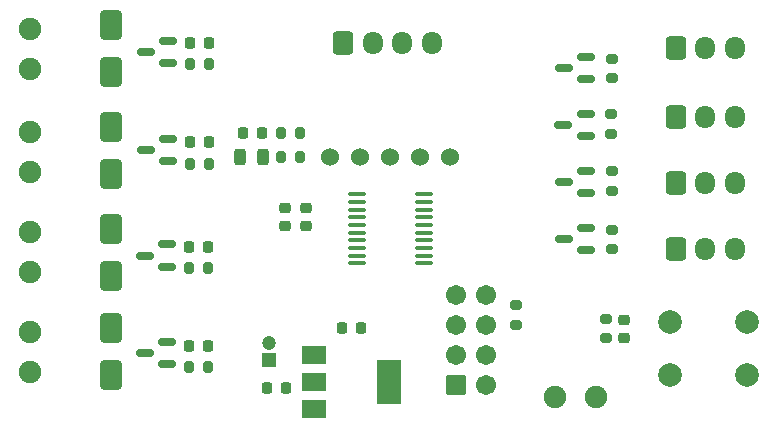
<source format=gbr>
%TF.GenerationSoftware,KiCad,Pcbnew,7.0.10*%
%TF.CreationDate,2025-04-06T19:51:51+02:00*%
%TF.ProjectId,auto_irrigator,6175746f-5f69-4727-9269-6761746f722e,rev?*%
%TF.SameCoordinates,Original*%
%TF.FileFunction,Soldermask,Top*%
%TF.FilePolarity,Negative*%
%FSLAX46Y46*%
G04 Gerber Fmt 4.6, Leading zero omitted, Abs format (unit mm)*
G04 Created by KiCad (PCBNEW 7.0.10) date 2025-04-06 19:51:51*
%MOMM*%
%LPD*%
G01*
G04 APERTURE LIST*
G04 Aperture macros list*
%AMRoundRect*
0 Rectangle with rounded corners*
0 $1 Rounding radius*
0 $2 $3 $4 $5 $6 $7 $8 $9 X,Y pos of 4 corners*
0 Add a 4 corners polygon primitive as box body*
4,1,4,$2,$3,$4,$5,$6,$7,$8,$9,$2,$3,0*
0 Add four circle primitives for the rounded corners*
1,1,$1+$1,$2,$3*
1,1,$1+$1,$4,$5*
1,1,$1+$1,$6,$7*
1,1,$1+$1,$8,$9*
0 Add four rect primitives between the rounded corners*
20,1,$1+$1,$2,$3,$4,$5,0*
20,1,$1+$1,$4,$5,$6,$7,0*
20,1,$1+$1,$6,$7,$8,$9,0*
20,1,$1+$1,$8,$9,$2,$3,0*%
G04 Aperture macros list end*
%ADD10RoundRect,0.250000X-0.600000X-0.725000X0.600000X-0.725000X0.600000X0.725000X-0.600000X0.725000X0*%
%ADD11O,1.700000X1.950000*%
%ADD12RoundRect,0.250000X-0.650000X1.000000X-0.650000X-1.000000X0.650000X-1.000000X0.650000X1.000000X0*%
%ADD13C,1.905000*%
%ADD14C,1.524000*%
%ADD15RoundRect,0.225000X0.250000X-0.225000X0.250000X0.225000X-0.250000X0.225000X-0.250000X-0.225000X0*%
%ADD16RoundRect,0.200000X0.200000X0.275000X-0.200000X0.275000X-0.200000X-0.275000X0.200000X-0.275000X0*%
%ADD17RoundRect,0.218750X0.218750X0.256250X-0.218750X0.256250X-0.218750X-0.256250X0.218750X-0.256250X0*%
%ADD18RoundRect,0.150000X0.587500X0.150000X-0.587500X0.150000X-0.587500X-0.150000X0.587500X-0.150000X0*%
%ADD19RoundRect,0.100000X-0.637500X-0.100000X0.637500X-0.100000X0.637500X0.100000X-0.637500X0.100000X0*%
%ADD20RoundRect,0.200000X0.275000X-0.200000X0.275000X0.200000X-0.275000X0.200000X-0.275000X-0.200000X0*%
%ADD21RoundRect,0.200000X-0.275000X0.200000X-0.275000X-0.200000X0.275000X-0.200000X0.275000X0.200000X0*%
%ADD22RoundRect,0.218750X-0.218750X-0.256250X0.218750X-0.256250X0.218750X0.256250X-0.218750X0.256250X0*%
%ADD23RoundRect,0.243750X-0.243750X-0.456250X0.243750X-0.456250X0.243750X0.456250X-0.243750X0.456250X0*%
%ADD24RoundRect,0.225000X-0.250000X0.225000X-0.250000X-0.225000X0.250000X-0.225000X0.250000X0.225000X0*%
%ADD25C,2.000000*%
%ADD26RoundRect,0.225000X0.225000X0.250000X-0.225000X0.250000X-0.225000X-0.250000X0.225000X-0.250000X0*%
%ADD27RoundRect,0.102000X0.750000X-0.750000X0.750000X0.750000X-0.750000X0.750000X-0.750000X-0.750000X0*%
%ADD28C,1.704000*%
%ADD29R,2.000000X1.500000*%
%ADD30R,2.000000X3.800000*%
%ADD31R,1.200000X1.200000*%
%ADD32C,1.200000*%
G04 APERTURE END LIST*
D10*
%TO.C,J7*%
X193588000Y-78694000D03*
D11*
X196088000Y-78694000D03*
X198588000Y-78694000D03*
%TD*%
D12*
%TO.C,D4*%
X145738500Y-73914000D03*
X145738500Y-77914000D03*
%TD*%
D13*
%TO.C,J2*%
X138880500Y-65610000D03*
X138880500Y-69010000D03*
%TD*%
D14*
%TO.C,P1*%
X164338000Y-76454000D03*
X166878000Y-76454000D03*
X169418000Y-76454000D03*
X171958000Y-76454000D03*
X174498000Y-76454000D03*
%TD*%
D10*
%TO.C,J8*%
X193588000Y-84236000D03*
D11*
X196088000Y-84236000D03*
X198588000Y-84236000D03*
%TD*%
D15*
%TO.C,C6*%
X189230000Y-91820000D03*
X189230000Y-90270000D03*
%TD*%
D13*
%TO.C,J4*%
X138880500Y-82804000D03*
X138880500Y-86204000D03*
%TD*%
D16*
%TO.C,R2*%
X154071000Y-77028000D03*
X152421000Y-77028000D03*
%TD*%
D10*
%TO.C,J6*%
X165434000Y-66802000D03*
D11*
X167934000Y-66802000D03*
X170434000Y-66802000D03*
X172934000Y-66802000D03*
%TD*%
D17*
%TO.C,D6*%
X153949500Y-92456000D03*
X152374500Y-92456000D03*
%TD*%
D16*
%TO.C,R3*%
X153995000Y-85852000D03*
X152345000Y-85852000D03*
%TD*%
D18*
%TO.C,Q1*%
X150564500Y-68514000D03*
X150564500Y-66614000D03*
X148689500Y-67564000D03*
%TD*%
D13*
%TO.C,J1*%
X183388000Y-96774000D03*
X186788000Y-96774000D03*
%TD*%
D19*
%TO.C,U1*%
X166555500Y-79625000D03*
X166555500Y-80275000D03*
X166555500Y-80925000D03*
X166555500Y-81575000D03*
X166555500Y-82225000D03*
X166555500Y-82875000D03*
X166555500Y-83525000D03*
X166555500Y-84175000D03*
X166555500Y-84825000D03*
X166555500Y-85475000D03*
X172280500Y-85475000D03*
X172280500Y-84825000D03*
X172280500Y-84175000D03*
X172280500Y-83525000D03*
X172280500Y-82875000D03*
X172280500Y-82225000D03*
X172280500Y-81575000D03*
X172280500Y-80925000D03*
X172280500Y-80275000D03*
X172280500Y-79625000D03*
%TD*%
D12*
%TO.C,D3*%
X145738500Y-65310000D03*
X145738500Y-69310000D03*
%TD*%
D16*
%TO.C,R1*%
X154071000Y-68580000D03*
X152421000Y-68580000D03*
%TD*%
D10*
%TO.C,J9*%
X193588000Y-67264000D03*
D11*
X196088000Y-67264000D03*
X198588000Y-67264000D03*
%TD*%
D20*
%TO.C,R12*%
X188132500Y-74514000D03*
X188132500Y-72864000D03*
%TD*%
D13*
%TO.C,J5*%
X138880500Y-91264000D03*
X138880500Y-94664000D03*
%TD*%
D12*
%TO.C,D8*%
X145738500Y-90964000D03*
X145738500Y-94964000D03*
%TD*%
D20*
%TO.C,R11*%
X188148000Y-69804000D03*
X188148000Y-68154000D03*
%TD*%
D18*
%TO.C,Q8*%
X185943500Y-74702000D03*
X185943500Y-72802000D03*
X184068500Y-73752000D03*
%TD*%
D21*
%TO.C,R10*%
X180086000Y-89028000D03*
X180086000Y-90678000D03*
%TD*%
D16*
%TO.C,R6*%
X161767000Y-76454000D03*
X160117000Y-76454000D03*
%TD*%
D22*
%TO.C,D9*%
X156946500Y-74422000D03*
X158521500Y-74422000D03*
%TD*%
D18*
%TO.C,Q5*%
X185959000Y-79528000D03*
X185959000Y-77628000D03*
X184084000Y-78578000D03*
%TD*%
D23*
%TO.C,D10*%
X156718000Y-76454000D03*
X158593000Y-76454000D03*
%TD*%
D24*
%TO.C,C5*%
X162306000Y-80759000D03*
X162306000Y-82309000D03*
%TD*%
D17*
%TO.C,D2*%
X154017500Y-75184000D03*
X152442500Y-75184000D03*
%TD*%
D25*
%TO.C,SW1*%
X193092000Y-90460000D03*
X199592000Y-90460000D03*
X193092000Y-94960000D03*
X199592000Y-94960000D03*
%TD*%
D16*
%TO.C,R5*%
X161798000Y-74422000D03*
X160148000Y-74422000D03*
%TD*%
D20*
%TO.C,R8*%
X188148000Y-84292000D03*
X188148000Y-82642000D03*
%TD*%
%TO.C,R7*%
X188148000Y-79340000D03*
X188148000Y-77690000D03*
%TD*%
D18*
%TO.C,Q3*%
X150488500Y-85776000D03*
X150488500Y-83876000D03*
X148613500Y-84826000D03*
%TD*%
D26*
%TO.C,C1*%
X160541000Y-96012000D03*
X158991000Y-96012000D03*
%TD*%
D12*
%TO.C,D7*%
X145738500Y-82550000D03*
X145738500Y-86550000D03*
%TD*%
D13*
%TO.C,J3*%
X138880500Y-74324000D03*
X138880500Y-77724000D03*
%TD*%
D18*
%TO.C,Q6*%
X185959000Y-84354000D03*
X185959000Y-82454000D03*
X184084000Y-83404000D03*
%TD*%
D17*
%TO.C,D5*%
X153975000Y-84074000D03*
X152400000Y-84074000D03*
%TD*%
D27*
%TO.C,U3*%
X175006000Y-95758000D03*
D28*
X175006000Y-93218000D03*
X175006000Y-90678000D03*
X175006000Y-88138000D03*
X177546000Y-95758000D03*
X177546000Y-93218000D03*
X177546000Y-90678000D03*
X177546000Y-88138000D03*
%TD*%
D26*
%TO.C,C2*%
X166904000Y-90932000D03*
X165354000Y-90932000D03*
%TD*%
D21*
%TO.C,R9*%
X187706000Y-90170000D03*
X187706000Y-91820000D03*
%TD*%
D18*
%TO.C,Q7*%
X185959000Y-69876000D03*
X185959000Y-67976000D03*
X184084000Y-68926000D03*
%TD*%
D29*
%TO.C,U2*%
X162966000Y-93204000D03*
X162966000Y-95504000D03*
D30*
X169266000Y-95504000D03*
D29*
X162966000Y-97804000D03*
%TD*%
D18*
%TO.C,Q2*%
X150564500Y-76830000D03*
X150564500Y-74930000D03*
X148689500Y-75880000D03*
%TD*%
D31*
%TO.C,C3*%
X159106000Y-93686600D03*
D32*
X159106000Y-92186600D03*
%TD*%
D18*
%TO.C,Q4*%
X150486000Y-94026000D03*
X150486000Y-92126000D03*
X148611000Y-93076000D03*
%TD*%
D16*
%TO.C,R4*%
X153992500Y-94234000D03*
X152342500Y-94234000D03*
%TD*%
D17*
%TO.C,D1*%
X154017500Y-66802000D03*
X152442500Y-66802000D03*
%TD*%
D10*
%TO.C,J10*%
X193588000Y-73106000D03*
D11*
X196088000Y-73106000D03*
X198588000Y-73106000D03*
%TD*%
D24*
%TO.C,C4*%
X160528000Y-80759000D03*
X160528000Y-82309000D03*
%TD*%
M02*

</source>
